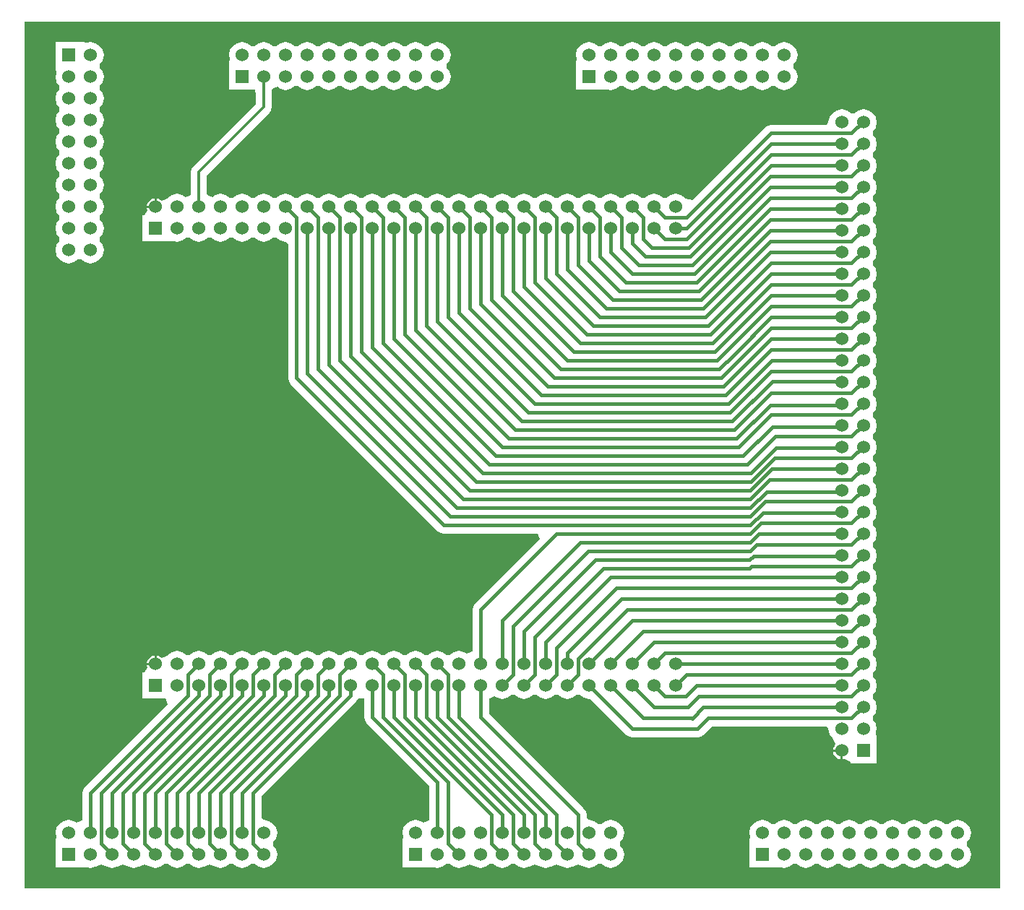
<source format=gbl>
G04 Layer_Physical_Order=2*
G04 Layer_Color=16711680*
%FSLAX25Y25*%
%MOIN*%
G70*
G01*
G75*
%ADD11C,0.01200*%
%ADD12R,0.06000X0.06000*%
%ADD13C,0.06000*%
%ADD14R,0.06000X0.06000*%
%ADD15C,0.01600*%
G36*
X550000Y100000D02*
X100000D01*
Y500000D01*
X550000D01*
Y100000D01*
D02*
G37*
%LPC*%
G36*
X160000Y207479D02*
X158939Y207268D01*
X157616Y206384D01*
X156732Y205061D01*
X156521Y204000D01*
X160000D01*
Y207479D01*
D02*
G37*
G36*
X476500Y163000D02*
X473021D01*
X473232Y161939D01*
X474116Y160616D01*
X475439Y159732D01*
X476500Y159521D01*
Y163000D01*
D02*
G37*
G36*
X530500Y131618D02*
X528159Y131152D01*
X526174Y129826D01*
X524826D01*
X522841Y131152D01*
X520500Y131618D01*
X518159Y131152D01*
X516174Y129826D01*
X514826D01*
X512841Y131152D01*
X510500Y131618D01*
X508159Y131152D01*
X506174Y129826D01*
X504826D01*
X502841Y131152D01*
X500500Y131618D01*
X498159Y131152D01*
X496174Y129826D01*
X494826D01*
X492841Y131152D01*
X490500Y131618D01*
X488159Y131152D01*
X486174Y129826D01*
X484826D01*
X482841Y131152D01*
X480500Y131618D01*
X478159Y131152D01*
X476174Y129826D01*
X474826D01*
X472841Y131152D01*
X470500Y131618D01*
X468159Y131152D01*
X466174Y129826D01*
X464826D01*
X462841Y131152D01*
X460500Y131618D01*
X458159Y131152D01*
X456174Y129826D01*
X454826D01*
X452841Y131152D01*
X450500Y131618D01*
X448159Y131152D01*
X446174Y129826D01*
X444826D01*
X442841Y131152D01*
X440500Y131618D01*
X438159Y131152D01*
X436174Y129826D01*
X434848Y127841D01*
X434382Y125500D01*
X434681Y124000D01*
X434500Y121500D01*
X434500Y121500D01*
X434500Y121500D01*
Y109500D01*
X446500D01*
X446500Y109500D01*
X449000Y109681D01*
X450500Y109382D01*
X452841Y109848D01*
X454826Y111174D01*
X456174D01*
X458159Y109848D01*
X460500Y109382D01*
X462841Y109848D01*
X464826Y111174D01*
X466174D01*
X468159Y109848D01*
X470500Y109382D01*
X472841Y109848D01*
X474826Y111174D01*
X476174D01*
X478159Y109848D01*
X480500Y109382D01*
X482841Y109848D01*
X484826Y111174D01*
X486174D01*
X488159Y109848D01*
X490500Y109382D01*
X492841Y109848D01*
X494826Y111174D01*
X496174D01*
X498159Y109848D01*
X500500Y109382D01*
X502841Y109848D01*
X504826Y111174D01*
X506174D01*
X508159Y109848D01*
X510500Y109382D01*
X512841Y109848D01*
X514826Y111174D01*
X516174D01*
X518159Y109848D01*
X520500Y109382D01*
X522841Y109848D01*
X524826Y111174D01*
X526174D01*
X528159Y109848D01*
X530500Y109382D01*
X532841Y109848D01*
X534826Y111174D01*
X536152Y113159D01*
X536618Y115500D01*
X536152Y117841D01*
X534826Y119826D01*
Y121174D01*
X536152Y123159D01*
X536618Y125500D01*
X536152Y127841D01*
X534826Y129826D01*
X532841Y131152D01*
X530500Y131618D01*
D02*
G37*
G36*
X450500Y490618D02*
X448159Y490152D01*
X446174Y488826D01*
X444826D01*
X442841Y490152D01*
X440500Y490618D01*
X438159Y490152D01*
X436174Y488826D01*
X434826D01*
X432841Y490152D01*
X430500Y490618D01*
X428159Y490152D01*
X426174Y488826D01*
X424826D01*
X422841Y490152D01*
X420500Y490618D01*
X418159Y490152D01*
X416174Y488826D01*
X414826D01*
X412841Y490152D01*
X410500Y490618D01*
X408159Y490152D01*
X406174Y488826D01*
X404826D01*
X402841Y490152D01*
X400500Y490618D01*
X398159Y490152D01*
X396174Y488826D01*
X394826D01*
X392841Y490152D01*
X390500Y490618D01*
X388159Y490152D01*
X386174Y488826D01*
X384826D01*
X382841Y490152D01*
X380500Y490618D01*
X378159Y490152D01*
X376174Y488826D01*
X374826D01*
X372841Y490152D01*
X370500Y490618D01*
X368159Y490152D01*
X366174Y488826D01*
X364826D01*
X362841Y490152D01*
X360500Y490618D01*
X358159Y490152D01*
X356174Y488826D01*
X354848Y486841D01*
X354382Y484500D01*
X354681Y483000D01*
X354500Y480500D01*
X354500Y480500D01*
X354500Y480500D01*
Y468500D01*
X366500D01*
X366500Y468500D01*
X369000Y468681D01*
X370500Y468382D01*
X372841Y468848D01*
X374826Y470174D01*
X376174D01*
X378159Y468848D01*
X380500Y468382D01*
X382841Y468848D01*
X384826Y470174D01*
X386174D01*
X388159Y468848D01*
X390500Y468382D01*
X392841Y468848D01*
X394826Y470174D01*
X396174D01*
X398159Y468848D01*
X400500Y468382D01*
X402841Y468848D01*
X404826Y470174D01*
X406174D01*
X408159Y468848D01*
X410500Y468382D01*
X412841Y468848D01*
X414826Y470174D01*
X416174D01*
X418159Y468848D01*
X420500Y468382D01*
X422841Y468848D01*
X424826Y470174D01*
X426174D01*
X428159Y468848D01*
X430500Y468382D01*
X432841Y468848D01*
X434826Y470174D01*
X436174D01*
X438159Y468848D01*
X440500Y468382D01*
X442841Y468848D01*
X444826Y470174D01*
X446174D01*
X448159Y468848D01*
X450500Y468382D01*
X452841Y468848D01*
X454826Y470174D01*
X456152Y472159D01*
X456618Y474500D01*
X456152Y476841D01*
X454826Y478826D01*
Y480174D01*
X456152Y482159D01*
X456618Y484500D01*
X456152Y486841D01*
X454826Y488826D01*
X452841Y490152D01*
X450500Y490618D01*
D02*
G37*
G36*
X130500D02*
X129000Y490319D01*
X126500Y490500D01*
X126500Y490500D01*
X126500Y490500D01*
X114500D01*
Y478500D01*
X114500Y478500D01*
X114681Y476000D01*
X114382Y474500D01*
X114848Y472159D01*
X116174Y470174D01*
Y468826D01*
X114848Y466841D01*
X114382Y464500D01*
X114848Y462159D01*
X116174Y460174D01*
Y458826D01*
X114848Y456841D01*
X114382Y454500D01*
X114848Y452159D01*
X116174Y450174D01*
Y448826D01*
X114848Y446841D01*
X114382Y444500D01*
X114848Y442159D01*
X116174Y440174D01*
Y438826D01*
X114848Y436841D01*
X114382Y434500D01*
X114848Y432159D01*
X116174Y430174D01*
Y428826D01*
X114848Y426841D01*
X114382Y424500D01*
X114848Y422159D01*
X116174Y420174D01*
Y418826D01*
X114848Y416841D01*
X114382Y414500D01*
X114848Y412159D01*
X116174Y410174D01*
Y408826D01*
X114848Y406841D01*
X114382Y404500D01*
X114848Y402159D01*
X116174Y400174D01*
Y398826D01*
X114848Y396841D01*
X114382Y394500D01*
X114848Y392159D01*
X116174Y390174D01*
X118159Y388848D01*
X120500Y388383D01*
X122841Y388848D01*
X124826Y390174D01*
X126174D01*
X128159Y388848D01*
X130500Y388383D01*
X132841Y388848D01*
X134826Y390174D01*
X136152Y392159D01*
X136618Y394500D01*
X136152Y396841D01*
X134826Y398826D01*
Y400174D01*
X136152Y402159D01*
X136618Y404500D01*
X136152Y406841D01*
X134826Y408826D01*
Y410174D01*
X136152Y412159D01*
X136618Y414500D01*
X136152Y416841D01*
X134826Y418826D01*
Y420174D01*
X136152Y422159D01*
X136618Y424500D01*
X136152Y426841D01*
X134826Y428826D01*
Y430174D01*
X136152Y432159D01*
X136618Y434500D01*
X136152Y436841D01*
X134826Y438826D01*
Y440174D01*
X136152Y442159D01*
X136618Y444500D01*
X136152Y446841D01*
X134826Y448826D01*
Y450174D01*
X136152Y452159D01*
X136618Y454500D01*
X136152Y456841D01*
X134826Y458826D01*
Y460174D01*
X136152Y462159D01*
X136618Y464500D01*
X136152Y466841D01*
X134826Y468826D01*
Y470174D01*
X136152Y472159D01*
X136618Y474500D01*
X136152Y476841D01*
X134826Y478826D01*
Y480174D01*
X136152Y482159D01*
X136618Y484500D01*
X136152Y486841D01*
X134826Y488826D01*
X132841Y490152D01*
X130500Y490618D01*
D02*
G37*
G36*
X160000Y418479D02*
X158939Y418268D01*
X157616Y417384D01*
X156732Y416061D01*
X156521Y415000D01*
X160000D01*
Y418479D01*
D02*
G37*
G36*
X290500Y490618D02*
X288159Y490152D01*
X286174Y488826D01*
X284826D01*
X282841Y490152D01*
X280500Y490618D01*
X278159Y490152D01*
X276174Y488826D01*
X274826D01*
X272841Y490152D01*
X270500Y490618D01*
X268159Y490152D01*
X266174Y488826D01*
X264826D01*
X262841Y490152D01*
X260500Y490618D01*
X258159Y490152D01*
X256174Y488826D01*
X254826D01*
X252841Y490152D01*
X250500Y490618D01*
X248159Y490152D01*
X246174Y488826D01*
X244826D01*
X242841Y490152D01*
X240500Y490618D01*
X238159Y490152D01*
X236174Y488826D01*
X234826D01*
X232841Y490152D01*
X230500Y490618D01*
X228159Y490152D01*
X226174Y488826D01*
X224826D01*
X222841Y490152D01*
X220500Y490618D01*
X218159Y490152D01*
X216174Y488826D01*
X214826D01*
X212841Y490152D01*
X210500Y490618D01*
X208159Y490152D01*
X206174Y488826D01*
X204826D01*
X202841Y490152D01*
X200500Y490618D01*
X198159Y490152D01*
X196174Y488826D01*
X194848Y486841D01*
X194382Y484500D01*
X194681Y483000D01*
X194500Y480500D01*
X194500Y480500D01*
X194500Y480500D01*
Y468500D01*
X206500D01*
X206830Y466137D01*
Y462020D01*
X177904Y433096D01*
X177109Y431905D01*
X176830Y430500D01*
Y420265D01*
X176056Y419709D01*
X174390Y419117D01*
X172841Y420152D01*
X170500Y420618D01*
X168159Y420152D01*
X166174Y418826D01*
X165801Y418267D01*
X163547Y417443D01*
X162726Y417823D01*
X162061Y418268D01*
X161000Y418479D01*
Y414500D01*
X160500D01*
Y414000D01*
X156521D01*
X156720Y413000D01*
X156731Y412937D01*
X155355Y410500D01*
X154500D01*
Y398500D01*
X166500D01*
X166500Y398500D01*
X169000Y398681D01*
X170500Y398382D01*
X172841Y398848D01*
X174826Y400174D01*
X176174D01*
X178159Y398848D01*
X180500Y398382D01*
X182841Y398848D01*
X184826Y400174D01*
X186174D01*
X188159Y398848D01*
X190500Y398382D01*
X192841Y398848D01*
X194826Y400174D01*
X196174D01*
X198159Y398848D01*
X200500Y398382D01*
X202841Y398848D01*
X204826Y400174D01*
X206174D01*
X208159Y398848D01*
X210500Y398382D01*
X212841Y398848D01*
X214826Y400174D01*
X216174D01*
X218159Y398848D01*
X220500Y398382D01*
X221626Y397459D01*
Y335500D01*
X221920Y334017D01*
X222760Y332760D01*
X290760Y264760D01*
X292017Y263920D01*
X293500Y263626D01*
X336880D01*
X337837Y261316D01*
X307760Y231240D01*
X306921Y229983D01*
X306626Y228500D01*
Y209401D01*
X306392Y209196D01*
X304126Y208294D01*
X302841Y209152D01*
X300500Y209617D01*
X298159Y209152D01*
X296174Y207826D01*
X294826D01*
X292841Y209152D01*
X290500Y209617D01*
X288159Y209152D01*
X286174Y207826D01*
X284826D01*
X282841Y209152D01*
X280500Y209617D01*
X278159Y209152D01*
X276174Y207826D01*
X274826D01*
X272841Y209152D01*
X270500Y209617D01*
X268159Y209152D01*
X266174Y207826D01*
X264826D01*
X262841Y209152D01*
X260500Y209617D01*
X258159Y209152D01*
X256174Y207826D01*
X254826D01*
X252841Y209152D01*
X250500Y209617D01*
X248159Y209152D01*
X246174Y207826D01*
X244826D01*
X242841Y209152D01*
X240500Y209617D01*
X238159Y209152D01*
X236174Y207826D01*
X234826D01*
X232841Y209152D01*
X230500Y209617D01*
X228159Y209152D01*
X226174Y207826D01*
X224826D01*
X222841Y209152D01*
X220500Y209617D01*
X218159Y209152D01*
X216174Y207826D01*
X214826D01*
X212841Y209152D01*
X210500Y209617D01*
X208159Y209152D01*
X206174Y207826D01*
X204826D01*
X202841Y209152D01*
X200500Y209617D01*
X198159Y209152D01*
X196174Y207826D01*
X194826D01*
X192841Y209152D01*
X190500Y209617D01*
X188159Y209152D01*
X186174Y207826D01*
X184826D01*
X182841Y209152D01*
X180500Y209617D01*
X178159Y209152D01*
X176174Y207826D01*
X174826D01*
X172841Y209152D01*
X170500Y209617D01*
X168159Y209152D01*
X166174Y207826D01*
X165801Y207267D01*
X163547Y206443D01*
X162726Y206823D01*
X162061Y207268D01*
X161000Y207479D01*
Y203500D01*
X160500D01*
Y203000D01*
X156521D01*
X156720Y202000D01*
X156731Y201937D01*
X155355Y199500D01*
X154500D01*
Y187500D01*
X164985D01*
X166021Y185000D01*
X127760Y146740D01*
X126920Y145483D01*
X126626Y144000D01*
Y131401D01*
X126392Y131196D01*
X124126Y130294D01*
X122841Y131152D01*
X120500Y131618D01*
X118159Y131152D01*
X116174Y129826D01*
X114848Y127841D01*
X114382Y125500D01*
X114681Y124000D01*
X114500Y121500D01*
X114500Y121500D01*
X114500Y121500D01*
Y109500D01*
X126500D01*
X126500Y109500D01*
X129000Y109681D01*
X130500Y109382D01*
X132841Y109848D01*
X133679Y110408D01*
X135500Y110967D01*
X137321Y110408D01*
X138159Y109848D01*
X140500Y109382D01*
X142841Y109848D01*
X143679Y110408D01*
X145500Y110967D01*
X147321Y110408D01*
X148159Y109848D01*
X150500Y109382D01*
X152841Y109848D01*
X153679Y110408D01*
X155500Y110967D01*
X157321Y110408D01*
X158159Y109848D01*
X160500Y109382D01*
X162841Y109848D01*
X164826Y111174D01*
X166174D01*
X168159Y109848D01*
X170500Y109382D01*
X172841Y109848D01*
X174826Y111174D01*
X176174D01*
X178159Y109848D01*
X180500Y109382D01*
X182841Y109848D01*
X183679Y110408D01*
X185500Y110967D01*
X187321Y110408D01*
X188159Y109848D01*
X190500Y109382D01*
X192841Y109848D01*
X194826Y111174D01*
X196174D01*
X198159Y109848D01*
X200500Y109382D01*
X202841Y109848D01*
X204826Y111174D01*
X206174D01*
X208159Y109848D01*
X210500Y109382D01*
X212841Y109848D01*
X214826Y111174D01*
X216152Y113159D01*
X216617Y115500D01*
X216152Y117841D01*
X214826Y119826D01*
Y121174D01*
X216152Y123159D01*
X216617Y125500D01*
X216152Y127841D01*
X214826Y129826D01*
X212841Y131152D01*
X210500Y131618D01*
X209374Y132541D01*
Y142395D01*
X253240Y186260D01*
X254080Y187517D01*
X254126Y187749D01*
X256626Y187502D01*
Y179000D01*
X256921Y177517D01*
X257760Y176260D01*
X286626Y147395D01*
Y131401D01*
X286392Y131196D01*
X284126Y130294D01*
X282841Y131152D01*
X280500Y131618D01*
X278159Y131152D01*
X276174Y129826D01*
X274848Y127841D01*
X274382Y125500D01*
X274681Y124000D01*
X274500Y121500D01*
X274500Y121500D01*
X274500Y121500D01*
Y109500D01*
X286500D01*
X286500Y109500D01*
X289000Y109681D01*
X290500Y109382D01*
X292841Y109848D01*
X294826Y111174D01*
X296174D01*
X298159Y109848D01*
X300500Y109382D01*
X302841Y109848D01*
X303679Y110408D01*
X305500Y110967D01*
X307321Y110408D01*
X308159Y109848D01*
X310500Y109382D01*
X312841Y109848D01*
X314826Y111174D01*
X316174D01*
X318159Y109848D01*
X320500Y109382D01*
X322841Y109848D01*
X324826Y111174D01*
X326174D01*
X328159Y109848D01*
X330500Y109382D01*
X332841Y109848D01*
X333679Y110408D01*
X335500Y110967D01*
X337321Y110408D01*
X338159Y109848D01*
X340500Y109382D01*
X342841Y109848D01*
X343679Y110408D01*
X345500Y110967D01*
X347321Y110408D01*
X348159Y109848D01*
X350500Y109382D01*
X352841Y109848D01*
X353679Y110408D01*
X355500Y110967D01*
X357321Y110408D01*
X358159Y109848D01*
X360500Y109382D01*
X362841Y109848D01*
X364826Y111174D01*
X366174D01*
X368159Y109848D01*
X370500Y109382D01*
X372841Y109848D01*
X374826Y111174D01*
X376152Y113159D01*
X376618Y115500D01*
X376152Y117841D01*
X374826Y119826D01*
Y121174D01*
X376152Y123159D01*
X376618Y125500D01*
X376152Y127841D01*
X374826Y129826D01*
X372841Y131152D01*
X370500Y131618D01*
X368159Y131152D01*
X366174Y129826D01*
X364826D01*
X362841Y131152D01*
X360500Y131618D01*
X359374Y132541D01*
Y134000D01*
X359080Y135483D01*
X358240Y136740D01*
X314374Y180605D01*
Y187599D01*
X314608Y187804D01*
X316874Y188706D01*
X318159Y187848D01*
X320500Y187382D01*
X322841Y187848D01*
X324826Y189174D01*
X326174D01*
X328159Y187848D01*
X330500Y187382D01*
X332841Y187848D01*
X334826Y189174D01*
X336174D01*
X338159Y187848D01*
X340500Y187382D01*
X342841Y187848D01*
X344826Y189174D01*
X346174D01*
X348159Y187848D01*
X350500Y187382D01*
X352841Y187848D01*
X354826Y189174D01*
X356174D01*
X358159Y187848D01*
X360500Y187382D01*
X361032Y187488D01*
X377760Y170760D01*
X379017Y169921D01*
X380500Y169625D01*
X410469D01*
X411951Y169921D01*
X413208Y170760D01*
X417073Y174626D01*
X469959D01*
X470882Y173500D01*
X471348Y171159D01*
X472674Y169174D01*
X473233Y168801D01*
X474057Y166547D01*
X473677Y165726D01*
X473232Y165061D01*
X473021Y164000D01*
X477000D01*
Y163500D01*
X477500D01*
Y159521D01*
X478500Y159720D01*
X478563Y159731D01*
X481000Y158355D01*
Y157500D01*
X493000D01*
Y169500D01*
X493000Y169500D01*
X492819Y172000D01*
X493118Y173500D01*
X492652Y175841D01*
X491326Y177826D01*
Y179174D01*
X492652Y181159D01*
X493118Y183500D01*
X492652Y185841D01*
X491326Y187826D01*
Y189174D01*
X492652Y191159D01*
X493118Y193500D01*
X492652Y195841D01*
X491326Y197826D01*
Y199174D01*
X492652Y201159D01*
X493118Y203500D01*
X492652Y205841D01*
X491326Y207826D01*
Y209174D01*
X492652Y211159D01*
X493118Y213500D01*
X492652Y215841D01*
X491326Y217826D01*
Y219174D01*
X492652Y221159D01*
X493118Y223500D01*
X492652Y225841D01*
X491326Y227826D01*
Y229174D01*
X492652Y231159D01*
X493118Y233500D01*
X492652Y235841D01*
X491326Y237826D01*
Y239174D01*
X492652Y241159D01*
X493118Y243500D01*
X492652Y245841D01*
X491326Y247826D01*
Y249174D01*
X492652Y251159D01*
X493118Y253500D01*
X492652Y255841D01*
X491326Y257826D01*
Y259174D01*
X492652Y261159D01*
X493118Y263500D01*
X492652Y265841D01*
X491326Y267826D01*
Y269174D01*
X492652Y271159D01*
X493118Y273500D01*
X492652Y275841D01*
X491326Y277826D01*
Y279174D01*
X492652Y281159D01*
X493118Y283500D01*
X492652Y285841D01*
X491326Y287826D01*
Y289174D01*
X492652Y291159D01*
X493118Y293500D01*
X492652Y295841D01*
X491326Y297826D01*
Y299174D01*
X492652Y301159D01*
X493118Y303500D01*
X492652Y305841D01*
X491326Y307826D01*
Y309174D01*
X492652Y311159D01*
X493118Y313500D01*
X492652Y315841D01*
X491326Y317826D01*
Y319174D01*
X492652Y321159D01*
X493118Y323500D01*
X492652Y325841D01*
X491326Y327826D01*
Y329174D01*
X492652Y331159D01*
X493118Y333500D01*
X492652Y335841D01*
X491326Y337826D01*
Y339174D01*
X492652Y341159D01*
X493118Y343500D01*
X492652Y345841D01*
X491326Y347826D01*
Y349174D01*
X492652Y351159D01*
X493118Y353500D01*
X492652Y355841D01*
X491326Y357826D01*
Y359174D01*
X492652Y361159D01*
X493118Y363500D01*
X492652Y365841D01*
X491326Y367826D01*
Y369174D01*
X492652Y371159D01*
X493118Y373500D01*
X492652Y375841D01*
X491326Y377826D01*
Y379174D01*
X492652Y381159D01*
X493118Y383500D01*
X492652Y385841D01*
X491326Y387826D01*
Y389174D01*
X492652Y391159D01*
X493118Y393500D01*
X492652Y395841D01*
X491326Y397826D01*
Y399174D01*
X492652Y401159D01*
X493118Y403500D01*
X492652Y405841D01*
X491326Y407826D01*
Y409174D01*
X492652Y411159D01*
X493118Y413500D01*
X492652Y415841D01*
X491326Y417826D01*
Y419174D01*
X492652Y421159D01*
X493118Y423500D01*
X492652Y425841D01*
X491326Y427826D01*
Y429174D01*
X492652Y431159D01*
X493118Y433500D01*
X492652Y435841D01*
X491326Y437826D01*
Y439174D01*
X492652Y441159D01*
X493118Y443500D01*
X492652Y445841D01*
X491326Y447826D01*
Y449174D01*
X492652Y451159D01*
X493118Y453500D01*
X492652Y455841D01*
X491326Y457826D01*
X489341Y459152D01*
X487000Y459618D01*
X484659Y459152D01*
X482674Y457826D01*
X481326D01*
X479341Y459152D01*
X477000Y459618D01*
X474659Y459152D01*
X472674Y457826D01*
X471348Y455841D01*
X470882Y453500D01*
X469959Y452374D01*
X444500D01*
X443017Y452079D01*
X441760Y451240D01*
X408317Y417796D01*
X405220Y418235D01*
X404826Y418826D01*
X402841Y420152D01*
X400500Y420618D01*
X398159Y420152D01*
X396174Y418826D01*
X394826D01*
X392841Y420152D01*
X390500Y420618D01*
X388159Y420152D01*
X386174Y418826D01*
X384826D01*
X382841Y420152D01*
X380500Y420618D01*
X378159Y420152D01*
X376174Y418826D01*
X374826D01*
X372841Y420152D01*
X370500Y420618D01*
X368159Y420152D01*
X366174Y418826D01*
X364826D01*
X362841Y420152D01*
X360500Y420618D01*
X358159Y420152D01*
X356174Y418826D01*
X354826D01*
X352841Y420152D01*
X350500Y420618D01*
X348159Y420152D01*
X346174Y418826D01*
X344826D01*
X342841Y420152D01*
X340500Y420618D01*
X338159Y420152D01*
X336174Y418826D01*
X334826D01*
X332841Y420152D01*
X330500Y420618D01*
X328159Y420152D01*
X326174Y418826D01*
X324826D01*
X322841Y420152D01*
X320500Y420618D01*
X318159Y420152D01*
X316174Y418826D01*
X314826D01*
X312841Y420152D01*
X310500Y420618D01*
X308159Y420152D01*
X306174Y418826D01*
X304826D01*
X302841Y420152D01*
X300500Y420618D01*
X298159Y420152D01*
X296174Y418826D01*
X294826D01*
X292841Y420152D01*
X290500Y420618D01*
X288159Y420152D01*
X286174Y418826D01*
X284826D01*
X282841Y420152D01*
X280500Y420618D01*
X278159Y420152D01*
X276174Y418826D01*
X274826D01*
X272841Y420152D01*
X270500Y420618D01*
X268159Y420152D01*
X266174Y418826D01*
X264826D01*
X262841Y420152D01*
X260500Y420618D01*
X258159Y420152D01*
X256174Y418826D01*
X254826D01*
X252841Y420152D01*
X250500Y420618D01*
X248159Y420152D01*
X246174Y418826D01*
X244826D01*
X242841Y420152D01*
X240500Y420618D01*
X238159Y420152D01*
X236174Y418826D01*
X234826D01*
X232841Y420152D01*
X230500Y420618D01*
X228159Y420152D01*
X226174Y418826D01*
X224826D01*
X222841Y420152D01*
X220500Y420618D01*
X218159Y420152D01*
X216174Y418826D01*
X214826D01*
X212841Y420152D01*
X210500Y420618D01*
X208159Y420152D01*
X206174Y418826D01*
X204826D01*
X202841Y420152D01*
X200500Y420618D01*
X198159Y420152D01*
X196174Y418826D01*
X194826D01*
X192841Y420152D01*
X190500Y420618D01*
X188159Y420152D01*
X186610Y419117D01*
X184944Y419709D01*
X184170Y420265D01*
Y428980D01*
X213095Y457904D01*
X213095Y457904D01*
X213891Y459095D01*
X214171Y460500D01*
X214171Y460500D01*
Y468735D01*
X214944Y469291D01*
X216610Y469883D01*
X218159Y468848D01*
X220500Y468382D01*
X222841Y468848D01*
X224826Y470174D01*
X226174D01*
X228159Y468848D01*
X230500Y468382D01*
X232841Y468848D01*
X234826Y470174D01*
X236174D01*
X238159Y468848D01*
X240500Y468382D01*
X242841Y468848D01*
X244826Y470174D01*
X246174D01*
X248159Y468848D01*
X250500Y468382D01*
X252841Y468848D01*
X254826Y470174D01*
X256174D01*
X258159Y468848D01*
X260500Y468382D01*
X262841Y468848D01*
X264826Y470174D01*
X266174D01*
X268159Y468848D01*
X270500Y468382D01*
X272841Y468848D01*
X274826Y470174D01*
X276174D01*
X278159Y468848D01*
X280500Y468382D01*
X282841Y468848D01*
X284826Y470174D01*
X286174D01*
X288159Y468848D01*
X290500Y468382D01*
X292841Y468848D01*
X294826Y470174D01*
X296152Y472159D01*
X296618Y474500D01*
X296152Y476841D01*
X294826Y478826D01*
Y480174D01*
X296152Y482159D01*
X296618Y484500D01*
X296152Y486841D01*
X294826Y488826D01*
X292841Y490152D01*
X290500Y490618D01*
D02*
G37*
%LPD*%
D11*
X180500Y414500D02*
Y430500D01*
X210500Y460500D01*
Y474500D01*
D12*
X487000Y163500D02*
D03*
X120500Y484500D02*
D03*
D13*
X477000Y163500D02*
D03*
X487000Y173500D02*
D03*
X477000D02*
D03*
X487000Y183500D02*
D03*
X477000D02*
D03*
X487000Y193500D02*
D03*
X477000D02*
D03*
X487000Y203500D02*
D03*
X477000D02*
D03*
X487000Y213500D02*
D03*
X477000D02*
D03*
X487000Y223500D02*
D03*
X477000D02*
D03*
X487000Y233500D02*
D03*
X477000D02*
D03*
X487000Y243500D02*
D03*
X477000D02*
D03*
X487000Y253500D02*
D03*
X477000D02*
D03*
X487000Y263500D02*
D03*
X477000D02*
D03*
X487000Y273500D02*
D03*
X477000D02*
D03*
X487000Y283500D02*
D03*
X477000D02*
D03*
X487000Y293500D02*
D03*
X477000D02*
D03*
X487000Y303500D02*
D03*
X477000D02*
D03*
X487000Y313500D02*
D03*
X477000D02*
D03*
X487000Y323500D02*
D03*
X477000D02*
D03*
X487000Y333500D02*
D03*
X477000D02*
D03*
X487000Y343500D02*
D03*
X477000D02*
D03*
X487000Y353500D02*
D03*
X477000D02*
D03*
X487000Y363500D02*
D03*
X477000D02*
D03*
X487000Y373500D02*
D03*
X477000D02*
D03*
X487000Y383500D02*
D03*
X477000D02*
D03*
X487000Y393500D02*
D03*
X477000D02*
D03*
X487000Y403500D02*
D03*
X477000D02*
D03*
X487000Y413500D02*
D03*
X477000D02*
D03*
X487000Y423500D02*
D03*
X477000D02*
D03*
X487000Y433500D02*
D03*
X477000D02*
D03*
X487000Y443500D02*
D03*
X477000D02*
D03*
X487000Y453500D02*
D03*
X477000D02*
D03*
X400500Y203500D02*
D03*
Y193500D02*
D03*
X390500Y203500D02*
D03*
Y193500D02*
D03*
X380500Y203500D02*
D03*
Y193500D02*
D03*
X370500Y203500D02*
D03*
Y193500D02*
D03*
X360500Y203500D02*
D03*
Y193500D02*
D03*
X350500Y203500D02*
D03*
Y193500D02*
D03*
X340500Y203500D02*
D03*
Y193500D02*
D03*
X330500Y203500D02*
D03*
Y193500D02*
D03*
X320500Y203500D02*
D03*
Y193500D02*
D03*
X310500Y203500D02*
D03*
Y193500D02*
D03*
X300500Y203500D02*
D03*
Y193500D02*
D03*
X290500Y203500D02*
D03*
Y193500D02*
D03*
X280500Y203500D02*
D03*
Y193500D02*
D03*
X270500Y203500D02*
D03*
Y193500D02*
D03*
X260500Y203500D02*
D03*
Y193500D02*
D03*
X250500Y203500D02*
D03*
Y193500D02*
D03*
X240500Y203500D02*
D03*
Y193500D02*
D03*
X230500Y203500D02*
D03*
Y193500D02*
D03*
X220500Y203500D02*
D03*
Y193500D02*
D03*
X210500Y203500D02*
D03*
Y193500D02*
D03*
X200500Y203500D02*
D03*
Y193500D02*
D03*
X190500Y203500D02*
D03*
Y193500D02*
D03*
X180500Y203500D02*
D03*
Y193500D02*
D03*
X170500Y203500D02*
D03*
Y193500D02*
D03*
X160500Y203500D02*
D03*
X400500Y414500D02*
D03*
Y404500D02*
D03*
X390500Y414500D02*
D03*
Y404500D02*
D03*
X380500Y414500D02*
D03*
Y404500D02*
D03*
X370500Y414500D02*
D03*
Y404500D02*
D03*
X360500Y414500D02*
D03*
Y404500D02*
D03*
X350500Y414500D02*
D03*
Y404500D02*
D03*
X340500Y414500D02*
D03*
Y404500D02*
D03*
X330500Y414500D02*
D03*
Y404500D02*
D03*
X320500Y414500D02*
D03*
Y404500D02*
D03*
X310500Y414500D02*
D03*
Y404500D02*
D03*
X300500Y414500D02*
D03*
Y404500D02*
D03*
X290500Y414500D02*
D03*
Y404500D02*
D03*
X280500Y414500D02*
D03*
Y404500D02*
D03*
X270500Y414500D02*
D03*
Y404500D02*
D03*
X260500Y414500D02*
D03*
Y404500D02*
D03*
X250500Y414500D02*
D03*
Y404500D02*
D03*
X240500Y414500D02*
D03*
Y404500D02*
D03*
X230500Y414500D02*
D03*
Y404500D02*
D03*
X220500Y414500D02*
D03*
Y404500D02*
D03*
X210500Y414500D02*
D03*
Y404500D02*
D03*
X200500Y414500D02*
D03*
Y404500D02*
D03*
X190500Y414500D02*
D03*
Y404500D02*
D03*
X180500Y414500D02*
D03*
Y404500D02*
D03*
X170500Y414500D02*
D03*
Y404500D02*
D03*
X160500Y414500D02*
D03*
X120500Y125500D02*
D03*
X130500Y115500D02*
D03*
Y125500D02*
D03*
X140500Y115500D02*
D03*
Y125500D02*
D03*
X150500Y115500D02*
D03*
Y125500D02*
D03*
X160500Y115500D02*
D03*
Y125500D02*
D03*
X170500Y115500D02*
D03*
Y125500D02*
D03*
X180500Y115500D02*
D03*
Y125500D02*
D03*
X190500Y115500D02*
D03*
Y125500D02*
D03*
X200500Y115500D02*
D03*
Y125500D02*
D03*
X210500Y115500D02*
D03*
Y125500D02*
D03*
X280500D02*
D03*
X290500Y115500D02*
D03*
Y125500D02*
D03*
X300500Y115500D02*
D03*
Y125500D02*
D03*
X310500Y115500D02*
D03*
Y125500D02*
D03*
X320500Y115500D02*
D03*
Y125500D02*
D03*
X330500Y115500D02*
D03*
Y125500D02*
D03*
X340500Y115500D02*
D03*
Y125500D02*
D03*
X350500Y115500D02*
D03*
Y125500D02*
D03*
X360500Y115500D02*
D03*
Y125500D02*
D03*
X370500Y115500D02*
D03*
Y125500D02*
D03*
X440500D02*
D03*
X450500Y115500D02*
D03*
Y125500D02*
D03*
X460500Y115500D02*
D03*
Y125500D02*
D03*
X470500Y115500D02*
D03*
Y125500D02*
D03*
X480500Y115500D02*
D03*
Y125500D02*
D03*
X490500Y115500D02*
D03*
Y125500D02*
D03*
X500500Y115500D02*
D03*
Y125500D02*
D03*
X510500Y115500D02*
D03*
Y125500D02*
D03*
X520500Y115500D02*
D03*
Y125500D02*
D03*
X530500Y115500D02*
D03*
Y125500D02*
D03*
X130500Y484500D02*
D03*
X120500Y474500D02*
D03*
X130500D02*
D03*
X120500Y464500D02*
D03*
X130500D02*
D03*
X120500Y454500D02*
D03*
X130500D02*
D03*
X120500Y444500D02*
D03*
X130500D02*
D03*
X120500Y434500D02*
D03*
X130500D02*
D03*
X120500Y424500D02*
D03*
X130500D02*
D03*
X120500Y414500D02*
D03*
X130500D02*
D03*
X120500Y404500D02*
D03*
X130500D02*
D03*
X120500Y394500D02*
D03*
X130500D02*
D03*
X200500Y484500D02*
D03*
X210500Y474500D02*
D03*
Y484500D02*
D03*
X220500Y474500D02*
D03*
Y484500D02*
D03*
X230500Y474500D02*
D03*
Y484500D02*
D03*
X240500Y474500D02*
D03*
Y484500D02*
D03*
X250500Y474500D02*
D03*
Y484500D02*
D03*
X260500Y474500D02*
D03*
Y484500D02*
D03*
X270500Y474500D02*
D03*
Y484500D02*
D03*
X280500Y474500D02*
D03*
Y484500D02*
D03*
X290500Y474500D02*
D03*
Y484500D02*
D03*
X360500D02*
D03*
X370500Y474500D02*
D03*
Y484500D02*
D03*
X380500Y474500D02*
D03*
Y484500D02*
D03*
X390500Y474500D02*
D03*
Y484500D02*
D03*
X400500Y474500D02*
D03*
Y484500D02*
D03*
X410500Y474500D02*
D03*
Y484500D02*
D03*
X420500Y474500D02*
D03*
Y484500D02*
D03*
X430500Y474500D02*
D03*
Y484500D02*
D03*
X440500Y474500D02*
D03*
Y484500D02*
D03*
X450500Y474500D02*
D03*
Y484500D02*
D03*
D14*
X160500Y193500D02*
D03*
Y404500D02*
D03*
X120500Y115500D02*
D03*
X280500D02*
D03*
X440500D02*
D03*
X200500Y474500D02*
D03*
X360500D02*
D03*
D15*
X225500Y335500D02*
X293500Y267500D01*
X230500Y337500D02*
Y404500D01*
Y337500D02*
X296500Y271500D01*
X235500Y339500D02*
X299500Y275500D01*
X293500Y267500D02*
X434719D01*
X296500Y271500D02*
X434759D01*
X299500Y275500D02*
X434799D01*
X302500Y279500D02*
X434839D01*
X240500Y341500D02*
X302500Y279500D01*
X240500Y341500D02*
Y404500D01*
X225500Y335500D02*
Y409500D01*
X235500Y339500D02*
Y409500D01*
X305500Y283500D02*
X434879D01*
X245500Y343500D02*
X305500Y283500D01*
X245500Y343500D02*
Y409500D01*
X308500Y287500D02*
X434920D01*
X250500Y345500D02*
X308500Y287500D01*
X250500Y345500D02*
Y404500D01*
X314500Y295500D02*
X433500D01*
X260500Y349500D02*
X314500Y295500D01*
X260500Y349500D02*
Y404500D01*
X317500Y299500D02*
X431500D01*
X265500Y351500D02*
X317500Y299500D01*
X265500Y351500D02*
Y409500D01*
X320500Y303500D02*
X429500D01*
X270500Y353500D02*
X320500Y303500D01*
X270500Y353500D02*
Y404500D01*
X200500Y125500D02*
Y144000D01*
X250500Y189000D02*
Y193500D01*
X185500Y120500D02*
X190500Y115500D01*
X170500Y125500D02*
Y144000D01*
X175500Y120500D02*
X180500Y115500D01*
X175500Y120500D02*
Y144000D01*
X220500Y189000D01*
Y193500D01*
X140500Y125500D02*
Y144000D01*
X145500Y120500D02*
X150500Y115500D01*
X145500Y120500D02*
Y144000D01*
X190500Y189000D01*
Y193500D01*
X180500Y189000D02*
Y193500D01*
X400500Y203500D02*
X476900D01*
X400500Y193500D02*
X405500Y198500D01*
X481500D01*
X487000Y204000D01*
X410000Y193500D02*
X476500D01*
X380500Y203500D02*
X390500Y213500D01*
X476500D01*
X481500Y188500D02*
X487000Y194000D01*
X370500Y203500D02*
X385500Y218500D01*
X481500D01*
X487000Y224000D01*
X350500Y203500D02*
Y208500D01*
X375500Y233500D01*
X481500Y228500D02*
X487000Y234000D01*
X340500Y203500D02*
Y213500D01*
X345500Y198500D02*
Y211000D01*
X340500Y193500D02*
X345500Y198500D01*
X330500Y203500D02*
Y218500D01*
X335500Y198500D02*
Y216000D01*
X330500Y193500D02*
X335500Y198500D01*
X481500Y248500D02*
X487000Y254000D01*
X320500Y203500D02*
Y223500D01*
X325500Y198500D02*
Y221000D01*
X320500Y193500D02*
X325500Y198500D01*
X481500Y258500D02*
X487000Y264000D01*
X310500Y203500D02*
Y228500D01*
X481500Y268500D02*
X487000Y274000D01*
X345500Y120500D02*
X350500Y115500D01*
X290500Y203500D02*
X295500Y198500D01*
X335500Y120500D02*
X340500Y115500D01*
X280500Y203500D02*
X285500Y198500D01*
X320500Y125500D02*
Y134000D01*
X260500Y203500D02*
X265500Y198500D01*
X220500Y414500D02*
X225500Y409500D01*
X481500Y278500D02*
X487000Y284000D01*
X230500Y414500D02*
X235500Y409500D01*
X481500Y288500D02*
X487000Y294000D01*
X240500Y414500D02*
X245500Y409500D01*
X481500Y298500D02*
X487000Y304000D01*
X255500Y347500D02*
Y409500D01*
X250500Y414500D02*
X255500Y409500D01*
X260500Y414500D02*
X265500Y409500D01*
X481500Y318500D02*
X487000Y324000D01*
X270500Y414500D02*
X275500Y409500D01*
X481500Y328500D02*
X487000Y334000D01*
X481500Y338500D02*
X487000Y344000D01*
X290500Y414500D02*
X295500Y409500D01*
X444500Y348500D02*
X481500D01*
X487000Y354000D01*
X300500Y414500D02*
X305500Y409500D01*
X444500Y353500D02*
X476500D01*
X444500Y358500D02*
X481500D01*
X487000Y364000D01*
X310500Y414500D02*
X315500Y409500D01*
X444500Y363500D02*
X476500D01*
X444500Y368500D02*
X481500D01*
X487000Y374000D01*
X444500Y373500D02*
X476500D01*
X444500Y378500D02*
X481500D01*
X487000Y384000D01*
X330500Y414500D02*
X335500Y409500D01*
X444500Y383500D02*
X476500D01*
X481500Y388500D02*
X487000Y394000D01*
X444000Y393500D02*
X476500D01*
X444000Y398500D02*
X481500D01*
X487000Y404000D01*
X350500Y414500D02*
X355500Y409500D01*
X444000Y403500D02*
X476500D01*
X444000Y408500D02*
X481500D01*
X487000Y414000D01*
X360500Y414500D02*
X365500Y409500D01*
X444000Y413500D02*
X476500D01*
X481500Y418500D02*
X487000Y424000D01*
X370500Y414500D02*
X375500Y409500D01*
X380500Y397500D02*
Y404500D01*
X444000Y428500D02*
X481500D01*
X487000Y434000D01*
X444500Y433500D02*
X476500D01*
X395500Y399500D02*
X405500D01*
X390500Y404500D02*
X395500Y399500D01*
X405500D02*
X444500Y438500D01*
X481500D01*
X487000Y444000D01*
X400500Y404500D02*
X405500D01*
X444500Y443500D01*
X476500D01*
X395500Y409500D02*
X405500D01*
X390500Y414500D02*
X395500Y409500D01*
X405500D02*
X444500Y448500D01*
X481500D01*
X487000Y454000D01*
X476500Y193500D02*
X477000D01*
X476500D02*
X477000Y194000D01*
X476500Y213500D02*
X477000Y214000D01*
X476500Y343500D02*
X477000Y344000D01*
X476500Y353500D02*
X477000Y354000D01*
X476500Y363500D02*
X477000Y364000D01*
X476500Y373500D02*
X477000Y374000D01*
X476500Y383500D02*
X477000Y384000D01*
X476500Y393500D02*
X477000Y394000D01*
X476500Y403500D02*
X477000Y404000D01*
X476500Y413500D02*
X477000Y414000D01*
X476500Y423500D02*
X477000Y424000D01*
X476500Y433500D02*
X477000Y434000D01*
X476500Y443500D02*
X477000Y444000D01*
X275500Y179000D02*
X320500Y134000D01*
X275500Y179000D02*
Y198500D01*
X270500Y203500D02*
X275500Y198500D01*
X310500Y179000D02*
Y193500D01*
X270500Y179000D02*
Y193500D01*
X260500Y179000D02*
Y193500D01*
X265500Y179000D02*
Y198500D01*
X135500Y120500D02*
X140500Y115500D01*
X135500Y120500D02*
Y144000D01*
X180500Y189000D01*
X155500Y120500D02*
X160500Y115500D01*
X165500Y120500D02*
X170500Y115500D01*
X195500Y120500D02*
X200500Y115500D01*
X205500Y120500D02*
X210500Y115500D01*
X205500Y120500D02*
Y144000D01*
X250500Y189000D01*
X130500Y125500D02*
Y144000D01*
X150500Y125500D02*
Y144000D01*
X155500Y120500D02*
Y144000D01*
X200500Y189000D01*
Y193500D01*
X160500Y125500D02*
Y144000D01*
X165500Y120500D02*
Y144000D01*
X210500Y189000D01*
Y193500D01*
X180500Y125500D02*
Y144000D01*
X185500Y120500D02*
Y144000D01*
X230500Y189000D01*
Y193500D01*
X190500Y125500D02*
Y144000D01*
X195500Y120500D02*
Y144000D01*
X240500Y189000D01*
Y193500D01*
X130500Y144000D02*
X175500Y189000D01*
Y198500D01*
X180500Y203500D01*
X140500Y144000D02*
X185500Y189000D01*
Y198500D01*
X190500Y203500D01*
X150500Y144000D02*
X195500Y189000D01*
Y198500D01*
X200500Y203500D01*
X160500Y144000D02*
X205500Y189000D01*
Y198500D01*
X210500Y203500D01*
X170500Y144000D02*
X215500Y189000D01*
Y198500D01*
X220500Y203500D01*
X180500Y144000D02*
X225500Y189000D01*
Y198500D01*
X230500Y203500D01*
X190500Y144000D02*
X235500Y189000D01*
Y198500D01*
X240500Y203500D01*
X200500Y144000D02*
X245500Y189000D01*
Y198500D01*
X250500Y203500D01*
X315500Y120500D02*
X320500Y115500D01*
X315500Y120500D02*
Y134000D01*
X270500Y179000D02*
X315500Y134000D01*
X325500Y120500D02*
X330500Y115500D01*
X355500Y120500D02*
X360500Y115500D01*
X355500Y120500D02*
Y134000D01*
X310500Y179000D02*
X355500Y134000D01*
X280500Y179000D02*
Y193500D01*
Y179000D02*
X325500Y134000D01*
Y120500D02*
Y134000D01*
X285500Y179000D02*
Y198500D01*
Y179000D02*
X330500Y134000D01*
Y125500D02*
Y134000D01*
X290500Y179000D02*
Y193500D01*
Y179000D02*
X335500Y134000D01*
Y120500D02*
Y134000D01*
X295500Y179000D02*
Y198500D01*
Y179000D02*
X340500Y134000D01*
Y125500D02*
Y134000D01*
X300500Y179000D02*
Y193500D01*
Y179000D02*
X345500Y134000D01*
Y120500D02*
Y134000D01*
X260500Y179000D02*
X290500Y149000D01*
Y125500D02*
Y149000D01*
X295500Y120500D02*
X300500Y115500D01*
X295500Y120500D02*
Y149000D01*
X265500Y179000D02*
X295500Y149000D01*
X355500Y206000D02*
X378000Y228500D01*
X355500Y198500D02*
Y206000D01*
X350500Y193500D02*
X355500Y198500D01*
X385500Y399500D02*
Y409500D01*
X380500Y414500D02*
X385500Y409500D01*
X340500Y414500D02*
X345500Y409500D01*
X320500Y414500D02*
X325500Y409500D01*
X280500Y414500D02*
X285500Y409500D01*
X411000Y188500D02*
X481500D01*
X415469Y178500D02*
X481500D01*
X487000Y184000D01*
X370500Y193500D02*
X385500Y178500D01*
X390500Y193500D02*
X395500Y188500D01*
X405000D01*
X410000Y193500D01*
X380500D02*
X390500Y183500D01*
X406000D01*
X411000Y188500D01*
X360500Y193500D02*
X380500Y173500D01*
X410469D01*
X415469Y178500D01*
X385500D02*
X407941D01*
X412966Y183500D02*
X477000D01*
X407941Y178475D02*
X412966Y183500D01*
X481500Y208500D02*
X487000Y214000D01*
X395500Y208500D02*
X481500D01*
X390500Y203500D02*
X395500Y208500D01*
X444500Y388500D02*
X481500D01*
X444750Y343500D02*
X476500D01*
X444500Y338500D02*
X481500D01*
X444500Y328500D02*
X481500D01*
X444500Y318500D02*
X481500D01*
X444000Y323000D02*
X476000D01*
X477000Y324000D01*
X445000Y313000D02*
X476000D01*
X477000Y314000D01*
X385500Y399500D02*
X389500Y395500D01*
X406500D01*
X444500Y433500D01*
X380500Y397500D02*
X386500Y391500D01*
X407000D01*
X444000Y428500D01*
X410000Y379500D02*
X444000Y413500D01*
Y423500D02*
X476500D01*
X408000Y387500D02*
X444000Y423500D01*
Y418500D02*
X481500D01*
X409000Y383500D02*
X444000Y418500D01*
X427400Y346400D02*
X444500Y363500D01*
X476900Y273400D02*
X477000Y273500D01*
X476300Y253300D02*
X477000Y254000D01*
X476500Y233500D02*
X477000Y234000D01*
X375500Y233500D02*
X476500D01*
X378000Y228500D02*
X481500D01*
X476500Y223500D02*
X477000Y224000D01*
X360500Y203500D02*
X380500Y223500D01*
X476500D01*
X310500Y228500D02*
X345500Y263500D01*
X320500Y223500D02*
X356500Y259500D01*
X325500Y221000D02*
X360000Y255500D01*
X330500Y218500D02*
X363500Y251500D01*
X335500Y216000D02*
X367000Y247500D01*
X340500Y213500D02*
X370500Y243500D01*
X427360Y346400D02*
X427400D01*
X476200Y303200D02*
X477000Y304000D01*
X476500Y293500D02*
X477000Y294000D01*
X445000Y334000D02*
X477000D01*
X476100Y283100D02*
X477000Y284000D01*
X440619Y273400D02*
X476900D01*
X439678Y268500D02*
X481500D01*
X476500Y263500D02*
X477000Y264000D01*
X438638Y263500D02*
X476500D01*
X437598Y258500D02*
X481500D01*
X434719Y267500D02*
X440619Y273400D01*
X345500Y263500D02*
X434678D01*
X439678Y268500D01*
X436358Y253300D02*
X476300D01*
X356500Y259500D02*
X434638D01*
X438638Y263500D01*
X360000Y255500D02*
X434598D01*
X437598Y258500D01*
X435518Y248500D02*
X481500D01*
X363500Y251500D02*
X434558D01*
X436358Y253300D01*
X367000Y247500D02*
X434517D01*
X435518Y248500D01*
X434759Y271500D02*
X441759Y278500D01*
X481500D01*
X434799Y275500D02*
X442399Y283100D01*
X476100D01*
X443839Y288500D02*
X481500D01*
X444879Y293500D02*
X476500D01*
X445920Y298500D02*
X481500D01*
X446660Y303200D02*
X476200D01*
X446500Y308500D02*
X481500D01*
X487000Y314000D01*
X383500Y387500D02*
X408000D01*
X375500Y395500D02*
Y409500D01*
Y395500D02*
X383500Y387500D01*
X370500Y393500D02*
Y404500D01*
Y393500D02*
X380500Y383500D01*
X409000D01*
X365500Y391500D02*
Y409500D01*
Y391500D02*
X377500Y379500D01*
X410000D01*
X360500Y389500D02*
Y404500D01*
Y389500D02*
X374500Y375500D01*
X411000D01*
X444000Y408500D01*
X412000Y371500D02*
X444000Y403500D01*
X413000Y367500D02*
X444000Y398500D01*
X414000Y363500D02*
X444000Y393500D01*
X415500Y359500D02*
X444500Y388500D01*
X416500Y355500D02*
X444500Y383500D01*
X417500Y351500D02*
X444500Y378500D01*
X418500Y347500D02*
X444500Y373500D01*
X419500Y343500D02*
X444500Y368500D01*
X420460Y339500D02*
X427360Y346400D01*
X421500Y335500D02*
X444500Y358500D01*
X422500Y331500D02*
X444500Y353500D01*
X423500Y327500D02*
X444500Y348500D01*
X424750Y323500D02*
X444750Y343500D01*
X425500Y319500D02*
X444500Y338500D01*
X426500Y315500D02*
X445000Y334000D01*
X427500Y311500D02*
X444500Y328500D01*
X428500Y307500D02*
X444000Y323000D01*
X429500Y303500D02*
X444500Y318500D01*
X431500Y299500D02*
X445000Y313000D01*
X433500Y295500D02*
X446500Y308500D01*
X255500Y347500D02*
X311500Y291500D01*
X434960D01*
X446660Y303200D01*
X434920Y287500D02*
X445920Y298500D01*
X434879Y283500D02*
X444879Y293500D01*
X434839Y279500D02*
X443839Y288500D01*
X345500Y211000D02*
X373000Y238500D01*
X370500Y243500D02*
X476500D01*
X477000Y244000D01*
X373000Y238500D02*
X481500D01*
X487000Y244000D01*
X355500Y387500D02*
Y409500D01*
Y387500D02*
X371500Y371500D01*
X412000D01*
X350500Y385500D02*
Y404500D01*
Y385500D02*
X368500Y367500D01*
X413000D01*
X345500Y383500D02*
Y409500D01*
Y383500D02*
X365500Y363500D01*
X414000D01*
X340500Y381500D02*
Y404500D01*
Y381500D02*
X362500Y359500D01*
X415500D01*
X335500Y379500D02*
Y409500D01*
Y379500D02*
X359500Y355500D01*
X416500D01*
X330500Y377500D02*
Y404500D01*
Y377500D02*
X356500Y351500D01*
X417500D01*
X325500Y375500D02*
Y409500D01*
Y375500D02*
X353500Y347500D01*
X418500D01*
X320500Y373500D02*
Y404500D01*
Y373500D02*
X350500Y343500D01*
X419500D01*
X315500Y371500D02*
Y409500D01*
Y371500D02*
X347500Y339500D01*
X420460D01*
X310500Y369500D02*
Y404500D01*
Y369500D02*
X344500Y335500D01*
X421500D01*
X300500Y365500D02*
Y404500D01*
Y365500D02*
X338500Y327500D01*
X423500D01*
X305500Y367500D02*
Y409500D01*
Y367500D02*
X341500Y331500D01*
X422500D01*
X295500Y363500D02*
Y409500D01*
Y363500D02*
X335500Y323500D01*
X424750D01*
X290500Y361500D02*
Y404500D01*
Y361500D02*
X332500Y319500D01*
X425500D01*
X285500Y359500D02*
Y409500D01*
Y359500D02*
X329500Y315500D01*
X426500D01*
X280500Y357500D02*
Y404500D01*
Y357500D02*
X326500Y311500D01*
X427500D01*
X275500Y355500D02*
Y409500D01*
Y355500D02*
X323500Y307500D01*
X428500D01*
M02*

</source>
